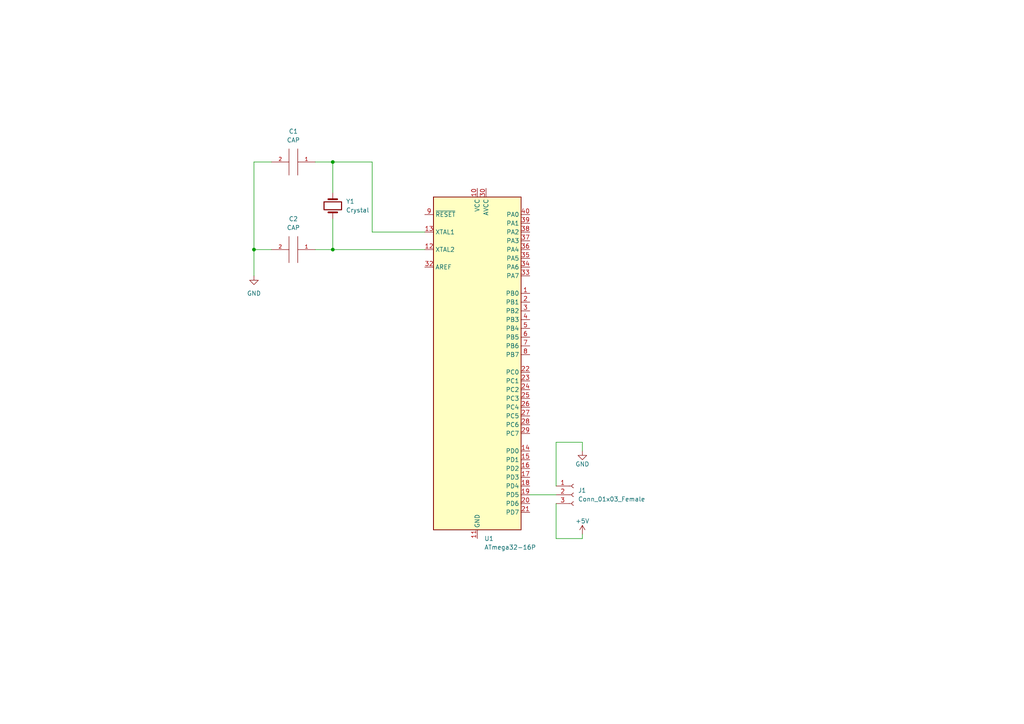
<source format=kicad_sch>
(kicad_sch (version 20211123) (generator eeschema)
  (paper "A4")
  (lib_symbols
    (symbol "Connector:Conn_01x03_Female" (pin_names (offset 1.016) hide)
      (property "Reference" "J" (at 0 5.08 0))
      (property "Value" "Conn_01x03_Female" (at 0 -5.08 0))
      (symbol "Conn_01x03_Female_1_1"
        (arc (start 0 -2.032) (mid -0.508 -2.54) (end 0 -3.048) (stroke (width 0.1524)))
        (polyline (pts (xy -1.27 -2.54) (xy -0.508 -2.54)) (stroke (width 0.1524)))
        (polyline (pts (xy -1.27 0) (xy -0.508 0)) (stroke (width 0.1524)))
        (polyline (pts (xy -1.27 2.54) (xy -0.508 2.54)) (stroke (width 0.1524)))
        (arc (start 0 0.508) (mid -0.508 0) (end 0 -0.508) (stroke (width 0.1524)))
        (arc (start 0 3.048) (mid -0.508 2.54) (end 0 2.032) (stroke (width 0.1524)))
        (pin passive line (at -5.08 2.54 0) (length 3.81) (name "Pin_1") (number "1"))
        (pin passive line (at -5.08 0 0) (length 3.81) (name "Pin_2") (number "2"))
        (pin passive line (at -5.08 -2.54 0) (length 3.81) (name "Pin_3") (number "3"))
      )
    )
    (symbol "Device:Crystal" (pin_numbers hide) (pin_names (offset 1.016) hide)
      (property "Reference" "Y" (at 0 3.81 0))
      (property "Value" "Crystal" (at 0 -3.81 0))
      (symbol "Crystal_0_1"
        (rectangle (start -1.143 2.54) (end 1.143 -2.54) (stroke (width 0.3048)))
        (polyline (pts (xy -2.54 0) (xy -1.905 0)))
        (polyline (pts (xy -1.905 -1.27) (xy -1.905 1.27)) (stroke (width 0.508)))
        (polyline (pts (xy 1.905 -1.27) (xy 1.905 1.27)) (stroke (width 0.508)))
        (polyline (pts (xy 2.54 0) (xy 1.905 0)))
      )
      (symbol "Crystal_1_1"
        (pin passive line (at -3.81 0 0) (length 1.27) (name "1") (number "1"))
        (pin passive line (at 3.81 0 180) (length 1.27) (name "2") (number "2"))
      )
    )
    (symbol "MCU_Microchip_ATmega:ATmega32-16P"
      (property "Reference" "U" (at -12.7 49.53 0))
      (property "Value" "ATmega32-16P" (at 2.54 -49.53 0))
      (symbol "ATmega32-16P_0_1"
        (rectangle (start -12.7 -48.26) (end 12.7 48.26) (stroke (width 0.254)) (fill (type background)))
      )
      (symbol "ATmega32-16P_1_1"
        (pin bidirectional line (at 15.24 20.32 180) (length 2.54) (name "PB0") (number "1"))
        (pin power_in line (at 0 50.8 270) (length 2.54) (name "VCC") (number "10"))
        (pin power_in line (at 0 -50.8 90) (length 2.54) (name "GND") (number "11"))
        (pin output line (at -15.24 33.02 0) (length 2.54) (name "XTAL2") (number "12"))
        (pin input line (at -15.24 38.1 0) (length 2.54) (name "XTAL1") (number "13"))
        (pin bidirectional line (at 15.24 -25.4 180) (length 2.54) (name "PD0") (number "14"))
        (pin bidirectional line (at 15.24 -27.94 180) (length 2.54) (name "PD1") (number "15"))
        (pin bidirectional line (at 15.24 -30.48 180) (length 2.54) (name "PD2") (number "16"))
        (pin bidirectional line (at 15.24 -33.02 180) (length 2.54) (name "PD3") (number "17"))
        (pin bidirectional line (at 15.24 -35.56 180) (length 2.54) (name "PD4") (number "18"))
        (pin bidirectional line (at 15.24 -38.1 180) (length 2.54) (name "PD5") (number "19"))
        (pin bidirectional line (at 15.24 17.78 180) (length 2.54) (name "PB1") (number "2"))
        (pin bidirectional line (at 15.24 -40.64 180) (length 2.54) (name "PD6") (number "20"))
        (pin bidirectional line (at 15.24 -43.18 180) (length 2.54) (name "PD7") (number "21"))
        (pin bidirectional line (at 15.24 -2.54 180) (length 2.54) (name "PC0") (number "22"))
        (pin bidirectional line (at 15.24 -5.08 180) (length 2.54) (name "PC1") (number "23"))
        (pin bidirectional line (at 15.24 -7.62 180) (length 2.54) (name "PC2") (number "24"))
        (pin bidirectional line (at 15.24 -10.16 180) (length 2.54) (name "PC3") (number "25"))
        (pin bidirectional line (at 15.24 -12.7 180) (length 2.54) (name "PC4") (number "26"))
        (pin bidirectional line (at 15.24 -15.24 180) (length 2.54) (name "PC5") (number "27"))
        (pin bidirectional line (at 15.24 -17.78 180) (length 2.54) (name "PC6") (number "28"))
        (pin bidirectional line (at 15.24 -20.32 180) (length 2.54) (name "PC7") (number "29"))
        (pin bidirectional line (at 15.24 15.24 180) (length 2.54) (name "PB2") (number "3"))
        (pin power_in line (at 2.54 50.8 270) (length 2.54) (name "AVCC") (number "30"))
        (pin passive line (at 0 -50.8 90) (length 2.54) hide (name "GND") (number "31"))
        (pin passive line (at -15.24 27.94 0) (length 2.54) (name "AREF") (number "32"))
        (pin bidirectional line (at 15.24 25.4 180) (length 2.54) (name "PA7") (number "33"))
        (pin bidirectional line (at 15.24 27.94 180) (length 2.54) (name "PA6") (number "34"))
        (pin bidirectional line (at 15.24 30.48 180) (length 2.54) (name "PA5") (number "35"))
        (pin bidirectional line (at 15.24 33.02 180) (length 2.54) (name "PA4") (number "36"))
        (pin bidirectional line (at 15.24 35.56 180) (length 2.54) (name "PA3") (number "37"))
        (pin bidirectional line (at 15.24 38.1 180) (length 2.54) (name "PA2") (number "38"))
        (pin bidirectional line (at 15.24 40.64 180) (length 2.54) (name "PA1") (number "39"))
        (pin bidirectional line (at 15.24 12.7 180) (length 2.54) (name "PB3") (number "4"))
        (pin bidirectional line (at 15.24 43.18 180) (length 2.54) (name "PA0") (number "40"))
        (pin bidirectional line (at 15.24 10.16 180) (length 2.54) (name "PB4") (number "5"))
        (pin bidirectional line (at 15.24 7.62 180) (length 2.54) (name "PB5") (number "6"))
        (pin bidirectional line (at 15.24 5.08 180) (length 2.54) (name "PB6") (number "7"))
        (pin bidirectional line (at 15.24 2.54 180) (length 2.54) (name "PB7") (number "8"))
        (pin input line (at -15.24 43.18 0) (length 2.54) (name "~{RESET}") (number "9"))
      )
    )
    (symbol "power:+5V" (power) (pin_names (offset 0))
      (property "Value" "+5V" (at 0 3.556 0))
      (symbol "+5V_0_1"
        (polyline (pts (xy -0.762 1.27) (xy 0 2.54)))
        (polyline (pts (xy 0 0) (xy 0 2.54)))
        (polyline (pts (xy 0 2.54) (xy 0.762 1.27)))
      )
      (symbol "+5V_1_1"
        (pin power_in line (at 0 0 90) (length 0) hide (name "+5V") (number "1"))
      )
    )
    (symbol "power:GND" (power) (pin_names (offset 0))
      (property "Value" "GND" (at 0 -3.81 0))
      (symbol "GND_0_1"
        (polyline (pts (xy 0 0) (xy 0 -1.27) (xy 1.27 -1.27) (xy 0 -2.54) (xy -1.27 -1.27) (xy 0 -1.27)))
      )
      (symbol "GND_1_1"
        (pin power_in line (at 0 0 270) (length 0) hide (name "GND") (number "1"))
      )
    )
    (symbol "pspice:CAP" (pin_names (offset 0.254))
      (property "Reference" "C" (at 2.54 3.81 90))
      (property "Value" "CAP" (at 2.54 -3.81 90))
      (symbol "CAP_0_1"
        (polyline (pts (xy -3.81 -1.27) (xy 3.81 -1.27)))
        (polyline (pts (xy -3.81 1.27) (xy 3.81 1.27)))
      )
      (symbol "CAP_1_1"
        (pin passive line (at 0 6.35 270) (length 5.08) (name "~") (number "1"))
        (pin passive line (at 0 -6.35 90) (length 5.08) (name "~") (number "2"))
      )
    )
  )
  (junction (at 96.52 72.39))
  (junction (at 73.66 72.39))
  (junction (at 96.52 46.99))
  (wire (pts (xy 96.52 55.88) (xy 96.52 46.99)))
  (wire (pts (xy 73.66 46.99) (xy 78.74 46.99)))
  (wire (pts (xy 91.44 72.39) (xy 96.52 72.39)))
  (wire (pts (xy 96.52 46.99) (xy 107.95 46.99)))
  (wire (pts (xy 161.29 140.97) (xy 161.29 128.27)))
  (wire (pts (xy 153.67 143.51) (xy 161.29 143.51)))
  (wire (pts (xy 161.29 146.05) (xy 161.29 156.21)))
  (wire (pts (xy 107.95 67.31) (xy 123.19 67.31)))
  (wire (pts (xy 161.29 156.21) (xy 168.91 156.21)))
  (wire (pts (xy 161.29 128.27) (xy 168.91 128.27)))
  (wire (pts (xy 96.52 63.5) (xy 96.52 72.39)))
  (wire (pts (xy 73.66 72.39) (xy 73.66 80.01)))
  (wire (pts (xy 168.91 128.27) (xy 168.91 130.81)))
  (wire (pts (xy 78.74 72.39) (xy 73.66 72.39)))
  (wire (pts (xy 168.91 154.94) (xy 168.91 156.21)))
  (wire (pts (xy 73.66 72.39) (xy 73.66 46.99)))
  (wire (pts (xy 96.52 72.39) (xy 123.19 72.39)))
  (wire (pts (xy 91.44 46.99) (xy 96.52 46.99)))
  (wire (pts (xy 107.95 46.99) (xy 107.95 67.31)))
  (symbol (lib_id "MCU_Microchip_ATmega:ATmega32-16P") (at 138.43 105.41 0) (unit 1)
    (property "Reference" "U1" (at 140.4494 156.21 0) (effects (justify left)))
    (property "Value" "ATmega32-16P" (at 140.4494 158.75 0) (effects (justify left)))
    (property "Footprint" "Package_DIP:DIP-40_W15.24mm" (effects hide))
    (property "Datasheet" "http://ww1.microchip.com/downloads/en/DeviceDoc/doc2503.pdf" (effects hide))
  )
  (symbol (lib_id "power:GND") (at 73.66 80.01 0) (unit 1)
    (property "Reference" "#PWR0102" (effects hide))
    (property "Value" "GND" (at 73.66 85.09 0))
  )
  (symbol (lib_id "Connector:Conn_01x03_Female") (at 166.37 143.51 0) (unit 1)
    (property "Reference" "J1" (at 167.64 142.2399 0) (effects (justify left)))
    (property "Value" "Conn_01x03_Female" (at 167.64 144.7799 0) (effects (justify left)))
    (property "Footprint" "Connector_Molex:Molex_Nano-Fit_105309-xx03_1x03_P2.50mm_Vertical" (effects hide))
  )
  (symbol (lib_id "pspice:CAP") (at 85.09 46.99 270) (unit 1)
    (property "Reference" "C1" (at 85.09 38.1 90))
    (property "Value" "CAP" (at 85.09 40.64 90))
    (property "Footprint" "Capacitor_SMD:CP_Elec_3x5.4" (effects hide))
  )
  (symbol (lib_id "power:GND") (at 168.91 130.81 0) (unit 1)
    (property "Reference" "#PWR0101" (effects hide))
    (property "Value" "GND" (at 168.91 134.62 0))
  )
  (symbol (lib_id "Device:Crystal") (at 96.52 59.69 270) (unit 1)
    (property "Reference" "Y1" (at 100.33 58.4199 90) (effects (justify left)))
    (property "Value" "Crystal" (at 100.33 60.9599 90) (effects (justify left)))
    (property "Footprint" "Crystal:Crystal_AT310_D3.0mm_L10.0mm_Horizontal" (effects hide))
  )
  (symbol (lib_id "pspice:CAP") (at 85.09 72.39 270) (unit 1)
    (property "Reference" "C2" (at 85.09 63.5 90))
    (property "Value" "CAP" (at 85.09 66.04 90))
    (property "Footprint" "Capacitor_SMD:CP_Elec_3x5.4" (effects hide))
  )
  (symbol (lib_id "power:+5V") (at 168.91 154.94 0) (unit 1)
    (property "Reference" "#PWR0103" (effects hide))
    (property "Value" "+5V" (at 168.91 151.13 0))
  )
)
</source>
